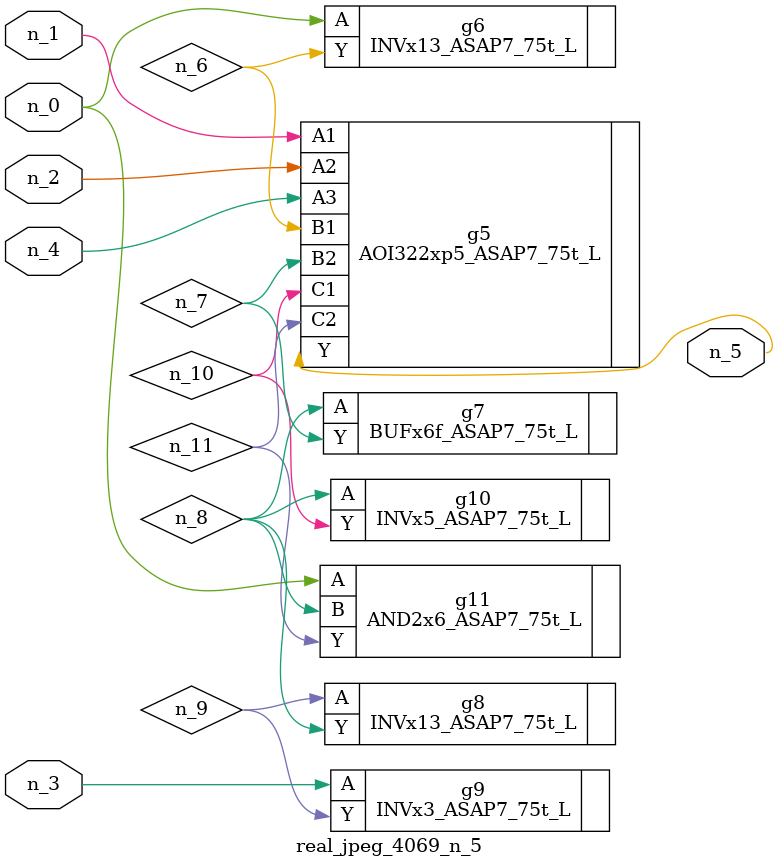
<source format=v>
module real_jpeg_4069_n_5 (n_4, n_0, n_1, n_2, n_3, n_5);

input n_4;
input n_0;
input n_1;
input n_2;
input n_3;

output n_5;

wire n_8;
wire n_11;
wire n_6;
wire n_7;
wire n_10;
wire n_9;

INVx13_ASAP7_75t_L g6 ( 
.A(n_0),
.Y(n_6)
);

AND2x6_ASAP7_75t_L g11 ( 
.A(n_0),
.B(n_8),
.Y(n_11)
);

AOI322xp5_ASAP7_75t_L g5 ( 
.A1(n_1),
.A2(n_2),
.A3(n_4),
.B1(n_6),
.B2(n_7),
.C1(n_10),
.C2(n_11),
.Y(n_5)
);

INVx3_ASAP7_75t_L g9 ( 
.A(n_3),
.Y(n_9)
);

BUFx6f_ASAP7_75t_L g7 ( 
.A(n_8),
.Y(n_7)
);

INVx5_ASAP7_75t_L g10 ( 
.A(n_8),
.Y(n_10)
);

INVx13_ASAP7_75t_L g8 ( 
.A(n_9),
.Y(n_8)
);


endmodule
</source>
